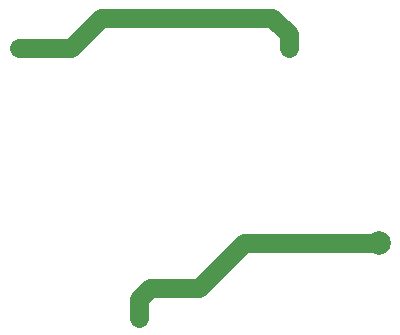
<source format=gbr>
%FSLAX34Y34*%
%MOMM*%
%LNCOPPER_TOP*%
G71*
G01*
%ADD10C, 1.60*%
%ADD11C, 2.00*%
%LPD*%
G54D10*
X622300Y635000D02*
X508000Y635000D01*
X469900Y596900D01*
X428625Y596900D01*
X419100Y587375D01*
X419100Y571500D01*
G54D10*
X546100Y800100D02*
X546100Y811212D01*
X531812Y825500D01*
X387350Y825500D01*
X361950Y800100D01*
X317500Y800100D01*
X622300Y635000D02*
G54D11*
D03*
M02*

</source>
